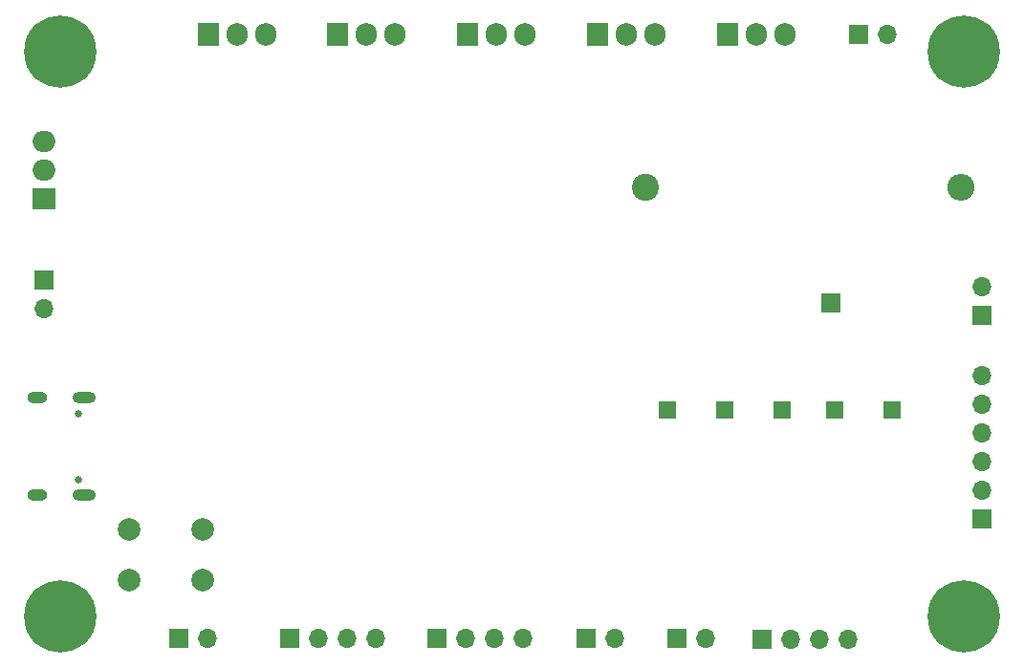
<source format=gbr>
%TF.GenerationSoftware,KiCad,Pcbnew,8.0.2*%
%TF.CreationDate,2024-05-17T16:49:14+02:00*%
%TF.ProjectId,CC_Load,43435f4c-6f61-4642-9e6b-696361645f70,rev?*%
%TF.SameCoordinates,Original*%
%TF.FileFunction,Soldermask,Bot*%
%TF.FilePolarity,Negative*%
%FSLAX46Y46*%
G04 Gerber Fmt 4.6, Leading zero omitted, Abs format (unit mm)*
G04 Created by KiCad (PCBNEW 8.0.2) date 2024-05-17 16:49:14*
%MOMM*%
%LPD*%
G01*
G04 APERTURE LIST*
%ADD10R,2.000000X1.905000*%
%ADD11O,2.000000X1.905000*%
%ADD12R,1.500000X1.500000*%
%ADD13C,6.400000*%
%ADD14R,1.700000X1.700000*%
%ADD15O,1.700000X1.700000*%
%ADD16R,1.905000X2.000000*%
%ADD17O,1.905000X2.000000*%
%ADD18C,0.650000*%
%ADD19O,2.100000X1.000000*%
%ADD20O,1.800000X1.000000*%
%ADD21C,2.400000*%
%ADD22O,2.400000X2.400000*%
%ADD23C,2.000000*%
G04 APERTURE END LIST*
D10*
%TO.C,U1*%
X93500000Y-78080000D03*
D11*
X93500000Y-75540000D03*
X93500000Y-73000000D03*
%TD*%
D12*
%TO.C,TP4*%
X153797000Y-96774000D03*
%TD*%
D13*
%TO.C,H4*%
X175000000Y-115000000D03*
%TD*%
D14*
%TO.C,J7*%
X165710000Y-63500000D03*
D15*
X168250000Y-63500000D03*
%TD*%
D13*
%TO.C,H3*%
X95000000Y-115000000D03*
%TD*%
D14*
%TO.C,J2*%
X105460000Y-117000000D03*
D15*
X108000000Y-117000000D03*
%TD*%
D14*
%TO.C,J4*%
X141580000Y-117000000D03*
D15*
X144120000Y-117000000D03*
%TD*%
D16*
%TO.C,Q5*%
X142580000Y-63500000D03*
D17*
X145120000Y-63500000D03*
X147660000Y-63500000D03*
%TD*%
D16*
%TO.C,Q6*%
X154080000Y-63500000D03*
D17*
X156620000Y-63500000D03*
X159160000Y-63500000D03*
%TD*%
D16*
%TO.C,Q2*%
X108080000Y-63500000D03*
D17*
X110620000Y-63500000D03*
X113160000Y-63500000D03*
%TD*%
D12*
%TO.C,TP3*%
X158877000Y-96774000D03*
%TD*%
D14*
%TO.C,J12*%
X157110000Y-117050000D03*
D15*
X159650000Y-117050000D03*
X162190000Y-117050000D03*
X164730000Y-117050000D03*
%TD*%
D14*
%TO.C,J10*%
X149595000Y-117000000D03*
D15*
X152135000Y-117000000D03*
%TD*%
D13*
%TO.C,H1*%
X95000000Y-65000000D03*
%TD*%
D12*
%TO.C,TP5*%
X148717000Y-96774000D03*
%TD*%
D16*
%TO.C,Q4*%
X131040000Y-63500000D03*
D17*
X133580000Y-63500000D03*
X136120000Y-63500000D03*
%TD*%
D16*
%TO.C,Q3*%
X119500000Y-63500000D03*
D17*
X122040000Y-63500000D03*
X124580000Y-63500000D03*
%TD*%
D18*
%TO.C,J5*%
X96605000Y-97110000D03*
X96605000Y-102890000D03*
D19*
X97125000Y-95680000D03*
D20*
X92925000Y-95680000D03*
D19*
X97125000Y-104320000D03*
D20*
X92925000Y-104320000D03*
%TD*%
D14*
%TO.C,J1*%
X163250000Y-87250000D03*
%TD*%
D21*
%TO.C,R37*%
X146780000Y-77000000D03*
D22*
X174720000Y-77000000D03*
%TD*%
D13*
%TO.C,H2*%
X175000000Y-65000000D03*
%TD*%
D14*
%TO.C,J3*%
X93500000Y-85225000D03*
D15*
X93500000Y-87765000D03*
%TD*%
D12*
%TO.C,TP1*%
X163576000Y-96774000D03*
%TD*%
D14*
%TO.C,J6*%
X176600000Y-88400000D03*
D15*
X176600000Y-85860000D03*
%TD*%
D14*
%TO.C,J9*%
X128320000Y-117000000D03*
D15*
X130860000Y-117000000D03*
X133400000Y-117000000D03*
X135940000Y-117000000D03*
%TD*%
D14*
%TO.C,J11*%
X176600000Y-106400000D03*
D15*
X176600000Y-103860000D03*
X176600000Y-101320000D03*
X176600000Y-98780000D03*
X176600000Y-96240000D03*
X176600000Y-93700000D03*
%TD*%
D12*
%TO.C,TP2*%
X168656000Y-96774000D03*
%TD*%
D23*
%TO.C,SW1*%
X101100000Y-107350000D03*
X107600000Y-107350000D03*
X101100000Y-111850000D03*
X107600000Y-111850000D03*
%TD*%
D14*
%TO.C,J8*%
X115290000Y-117000000D03*
D15*
X117830000Y-117000000D03*
X120370000Y-117000000D03*
X122910000Y-117000000D03*
%TD*%
M02*

</source>
